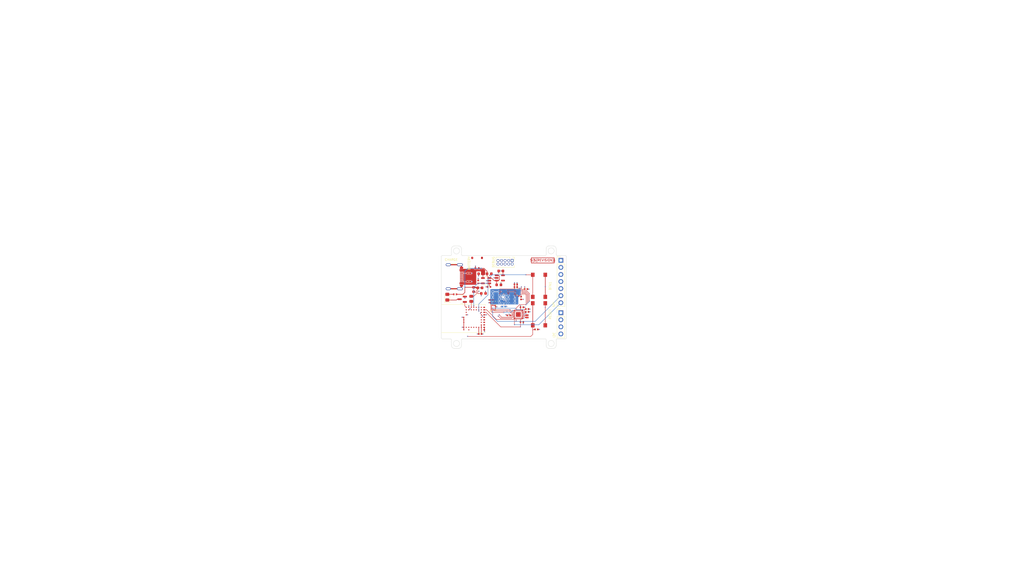
<source format=kicad_pcb>
(kicad_pcb (version 20241229) (generator "pcbnew") (generator_version "9.0")
  (title_block (title "Heartrate-DevKit") (date "2025-07-13") (rev "${REVISION}") (comment 1 "${COMPANY}"))
  (layers (0 "F.Cu" signal) (4 "In1.Cu" power "Inner1") (6 "In2.Cu" power "Inner2") (2 "B.Cu" signal) (13 "F.Paste" user) (15 "B.Paste" user) (5 "F.SilkS" user "F.Silkscreen") (7 "B.SilkS" user "B.Silkscreen") (1 "F.Mask" user) (3 "B.Mask" user) (25 "Edge.Cuts" user))
  (net 0 "")
  (net 1 "GND")
  (net 2 "+1V8")
  (net 3 "PD_GND")
  (net 4 "/Project Architecture/Main/V_{LED}")
  (net 5 "/Project Architecture/Main/V_{BAT}")
  (net 6 "/Project Architecture/Main/INT_{ACC}")
  (net 7 "/Project Architecture/Main/SCL")
  (net 8 "/Project Architecture/Main/SDA")
  (net 9 "/Project Architecture/Main/~{RESET_{HR}}")
  (net 10 "/Project Architecture/Main/STATUS")
  (net 11 "/Project Architecture/Main/CHARGE")
  (net 12 "/Project Architecture/Main/ENABLE_{LED}")
  (net 13 "/Project Architecture/Main/SWDIO")
  (net 14 "/Project Architecture/Main/SWDCLK")
  (net 15 "/Project Architecture/Main/~{RESET}")
  (net 16 "Net-(IC403-V_{DD})")
  (net 17 "Net-(IC404-V_{CORE})")
  (net 18 "Net-(IC405-V_{REF})")
  (net 19 "Net-(D401-A)")
  (net 20 "Net-(D401-K)")
  (net 21 "Net-(D402-K)")
  (net 22 "Net-(D403-K)")
  (net 24 "Net-(IC402-L)")
  (net 25 "Net-(IC403-PROG)")
  (net 26 "Net-(IC404-SCLK_{SENSOR})")
  (net 27 "Net-(IC404-MOSI_{SENSOR})")
  (net 28 "Net-(IC404-CS_{PPG})")
  (net 29 "Net-(IC404-32k_{IN})")
  (net 30 "Net-(IC404-CS_{ACC})")
  (net 31 "Net-(IC404-INT_{PPG})")
  (net 32 "Net-(IC404-MISO_{SENSOR})")
  (net 33 "Net-(IC404-32k_{OUT})")
  (net 36 "Net-(IC405-LED3-DRV)")
  (net 37 "Net-(IC405-LED1-DRV)")
  (net 38 "Net-(IC405-LED2-DRV)")
  (net 43 "Net-(M401-P0.02)")
  (net 51 "Net-(M401-P2.03)")
  (net 52 "Net-(M401-P0.01)")
  (net 73 "Net-(X401-CC1)")
  (net 74 "Net-(X401-CC2)")
  (footprint "Capacitor_SMD:C_0603_1608Metric" (layer "F.Cu") (at 196.625 148.025)
    (property "Reference" "C401" (hide yes))
    (property "Value" "2u2" (hide yes))
  )
  (footprint "Capacitor_SMD:C_0402_1005Metric" (layer "F.Cu") (at 213.18 148.475)
    (property "Reference" "C412" (hide yes))
    (property "Value" "10u" (hide yes))
  )
  (footprint "Capacitor_SMD:C_0402_1005Metric" (layer "F.Cu") (at 200.4 152.855 90)
    (property "Reference" "C416" (hide yes))
    (property "Value" "100n" (hide yes))
  )
  (footprint "Resistor_SMD:R_0805_2012Metric" (layer "F.Cu") (at 193.51 151.975 90)
    (property "Reference" "R403" (hide yes))
    (property "Value" "0R" (hide yes))
  )
  (footprint "Package_BGA_Kampi:DSBGA-6_0.886x1.288mm_2x3_P0.4mm" (layer "F.Cu") (at 195.65 149.625)
    (property "Reference" "IC402" (hide yes))
    (property "Value" "TPS61240" (hide yes))
  )
  (footprint "Connector_USB:USB_C_Receptacle_GCT_USB4105-xx-A_16P_TopMnt_Horizontal" (layer "F.Cu") (at 186.325 144.03 -90)
    (property "Reference" "X401" (hide yes))
    (property "Value" "CHARGE")
  )
  (footprint "Resistor_SMD:R_0402_1005Metric" (layer "F.Cu") (at 187.7 150.35 180)
    (property "Reference" "R401" (hide yes))
    (property "Value" "220R" (hide yes))
  )
  (footprint "Resistor_SMD:R_0402_1005Metric" (layer "F.Cu") (at 211.7 155 180)
    (property "Reference" "R409" (hide yes))
    (property "Value" "4k7" (hide yes))
  )
  (footprint "Connector_PinHeader_2.54mm:PinHeader_1x07_P2.54mm_Vertical" (layer "F.Cu") (at 225.7 138.135)
    (property "Reference" "J402" (hide yes))
    (property "Value" "SPI")
  )
  (footprint "Capacitor_SMD:C_0402_1005Metric" (layer "F.Cu") (at 213.58 155.65)
    (property "Reference" "C410" (hide yes))
    (property "Value" "1u" (hide yes))
  )
  (footprint "Resistor_SMD:R_0402_1005Metric" (layer "F.Cu") (at 196 145.89 90)
    (property "Reference" "R406" (hide yes))
    (property "Value" "10k" (hide yes))
  )
  (footprint "Capacitor_SMD:C_0402_1005Metric" (layer "F.Cu") (at 201.7 152.855 90)
    (property "Reference" "C411" (hide yes))
    (property "Value" "10u" (hide yes))
  )
  (footprint "Capacitor_SMD:C_0402_1005Metric" (layer "F.Cu") (at 213.57 156.65)
    (property "Reference" "C408" (hide yes))
    (property "Value" "1u" (hide yes))
  )
  (footprint "Capacitor_SMD:C_0402_1005Metric" (layer "F.Cu") (at 207 157.925 180)
    (property "Reference" "C409" (hide yes))
    (property "Value" "1u" (hide yes))
  )
  (footprint "Connector_PinHeader_2.54mm:PinHeader_1x04_P2.54mm_Vertical" (layer "F.Cu") (at 225.7 156.975)
    (property "Reference" "J401" (hide yes))
    (property "Value" "I2C")
  )
  (footprint "Connector_PinHeader_1.27mm:PinHeader_2x05_P1.27mm_Vertical" (layer "F.Cu") (at 208.2 138.2 -90)
    (property "Reference" "X403" (hide yes))
    (property "Value" "DEBUG")
  )
  (footprint "LED_SMD:LED_0805_2012Metric_Pad1.15x1.40mm_HandSolder" (layer "F.Cu") (at 184.9 151.375 90)
    (property "Reference" "D401" (hide yes))
    (property "Value" "STATUS" (hide yes))
  )
  (footprint "Crystal_Kampi:ECS_ECX-1210" (layer "F.Cu") (at 213.5 158.275 90)
    (property "Reference" "Y401" (hide yes))
    (property "Value" "32kHz" (hide yes))
  )
  (footprint "Capacitor_SMD:C_0402_1005Metric" (layer "F.Cu") (at 209.5 146.775 180)
    (property "Reference" "C417" (hide yes))
    (property "Value" "22u" (hide yes))
  )
  (footprint "Analog Devices:MAX32664GTG" (layer "F.Cu") (at 210.43 157.6 90)
    (property "Reference" "IC404" (hide yes))
    (property "Value" "MAX32664" (hide yes))
  )
  (footprint "Package_TO_SOT_SMD:SOT-23" (layer "F.Cu") (at 190.2625 152.125 180)
    (property "Reference" "Q401" (hide yes))
    (property "Value" "BSS138" (hide yes))
  )
  (footprint "Capacitor_SMD:C_0402_1005Metric" (layer "F.Cu") (at 196.7 164.6 180)
    (property "Reference" "C406" (hide yes))
    (property "Value" "100n" (hide yes))
  )
  (footprint "Resistor_SMD:R_0402_1005Metric" (layer "F.Cu") (at 192.65 145.78 180)
    (property "Reference" "R405" (hide yes))
    (property "Value" "5k1" (hide yes))
  )
  (footprint "Wuerth:WS-TASV-6x6" (layer "F.Cu") (at 217.85 157.525 90)
    (property "Reference" "SW401" (hide yes))
    (property "Value" "RESET")
  )
  (footprint "Package_LGA:LGA-12_2x2mm_P0.5mm" (layer "F.Cu") (at 201.4375 155.105 90)
    (property "Reference" "IC406" (hide yes))
    (property "Value" "LIS2DS12" (hide yes))
  )
  (footprint "Capacitor_SMD:C_0402_1005Metric" (layer "F.Cu") (at 202.7 152.855 90)
    (property "Reference" "C414" (hide yes))
    (property "Value" "100n" (hide yes))
  )
  (footprint "Package_TO_SOT_SMD:SOT-23-5" (layer "F.Cu") (at 203.7625 144.45)
    (property "Reference" "IC401" (hide yes))
    (property "Value" "MIC5365-1.8" (hide yes))
  )
  (footprint "Fanstel:BM15C" (layer "F.Cu") (at 189.7 159.075 90)
    (property "Reference" "M401" (hide yes))
    (property "Value" "BM15C" (hide yes))
  )
  (footprint "Resistor_SMD:R_0402_1005Metric" (layer "F.Cu") (at 199.9 147.675 180)
    (property "Reference" "R407" (hide yes))
    (property "Value" "10k" (hide yes))
  )
  (footprint "Capacitor_SMD:C_0603_1608Metric" (layer "F.Cu") (at 204.125 141.95 180)
    (property "Reference" "C404" (hide yes))
    (property "Value" "1u" (hide yes))
  )
  (footprint "Capacitor_SMD:C_0603_1608Metric" (layer "F.Cu") (at 199.95 142.95)
    (property "Reference" "C407" (hide yes))
    (property "Value" "4u7" (hide yes))
  )
  (footprint "Capacitor_SMD:C_0402_1005Metric" (layer "F.Cu") (at 211.4 151.695 -90)
    (property "Reference" "C413" (hide yes))
    (property "Value" "1u" (hide yes))
  )
  (footprint "Resistor_SMD:R_0402_1005Metric" (layer "F.Cu") (at 216.9 162.975 180)
    (property "Reference" "R402" (hide yes))
    (property "Value" "10k" (hide yes))
  )
  (footprint "Capacitor_SMD:C_0402_1005Metric" (layer "F.Cu") (at 209.5 147.775 180)
    (property "Reference" "C415" (hide yes))
    (property "Value" "100n" (hide yes))
  )
  (footprint "Wuerth:WS-TASV-6x6" (layer "F.Cu") (at 217.85 147.3 -90)
    (property "Reference" "SW402" (hide yes))
    (property "Value" "BTN1")
  )
  (footprint "Resistor_SMD:R_0402_1005Metric" (layer "F.Cu") (at 192.65 142.78)
    (property "Reference" "R404" (hide yes))
    (property "Value" "5k1" (hide yes))
  )
  (footprint "Package_TO_SOT_SMD:SOT-23-5" (layer "F.Cu") (at 198.8375 145.45 180)
    (property "Reference" "IC403" (hide yes))
    (property "Value" "MCP73832-2-OT" (hide yes))
  )
  (footprint "Inductor_SMD:L_0603_1608Metric" (layer "F.Cu") (at 194.35 148.625 -90)
    (property "Reference" "L401" (hide yes))
    (property "Value" "1u" (hide yes))
  )
  (footprint "Resistor_SMD:R_0402_1005Metric" (layer "F.Cu") (at 211.7 160.3)
    (property "Reference" "R408" (hide yes))
    (property "Value" "10k" (hide yes))
  )
  (footprint "Capacitor_SMD:C_0603_1608Metric" (layer "F.Cu") (at 197.875 150.025)
    (property "Reference" "C403" (hide yes))
    (property "Value" "4u7" (hide yes))
  )
  (footprint "Molex:78171-0002" (layer "F.Cu") (at 195.6 139.15 180)
    (property "Reference" "X402" (hide yes))
    (property "Value" "BATTERY")
  )
  (footprint "Package_BGA_Kampi:THIN-WLP-20_2.228x1.967mm_P0.4mm" (layer "F.Cu") (at 211.2 149.475 -90)
    (property "Reference" "IC405" (hide yes))
    (property "Value" "MAX86141" (hide yes))
  )
  (footprint "Capacitor_SMD:C_0603_1608Metric" (layer "F.Cu") (at 203.4 146.95)
    (property "Reference" "C402" (hide yes))
    (property "Value" "1u" (hide yes))
  )
  (footprint "Capacitor_SMD:C_0603_1608Metric" (layer "F.Cu") (at 196.925 142.95 180)
    (property "Reference" "C405" (hide yes))
    (property "Value" "4u7" (hide yes))
  )
  (footprint "Vishay:VEMD808x" (layer "B.Cu") (at 202.4 151.375 -90)
    (property "Reference" "D403" (hide yes))
    (property "Value" "VEMD8082" (hide yes))
  )
  (footprint "Resistor_SMD:R_0402_1005Metric" (layer "B.Cu") (at 204.7 154.245 -90)
    (property "Reference" "R410" (hide yes))
    (property "Value" "~" (hide yes))
  )
  (footprint "Capacitor_SMD:C_0402_1005Metric" (layer "B.Cu") (at 205.7 154.245 -90)
    (property "Reference" "C418" (hide yes))
    (property "Value" "~" (hide yes))
  )
  (footprint "Osram:SFH7016" (layer "B.Cu") (at 205.2 151.375)
    (property "Reference" "LED401" (hide yes))
    (property "Value" "SFH7016" (hide yes))
  )
  (footprint "Vishay:VEMD808x" (layer "B.Cu") (at 208 151.375 -90)
    (property "Reference" "D402" (hide yes))
    (property "Value" "VEMD8082" (hide yes))
  )
  (gr_rect (start 215.1 137.2) (end 223.3 139.1) (stroke (width 0.2)) (fill no) (layer "F.Cu"))
  (gr_line (start 196.2 150.375) (end 196.2 150.125) (stroke (width 0.1)) (layer "F.SilkS"))
  (gr_line (start 198.1 164.125) (end 182.85 164.125) (stroke (width 0.1)) (layer "F.SilkS"))
  (gr_line (start 195.95 148.875) (end 196.2 148.875) (stroke (width 0.1)) (layer "F.SilkS"))
  (gr_line (start 195.1 150.075) (end 195.1 150.375) (stroke (width 0.1)) (layer "F.SilkS"))
  (gr_line (start 198.1 154.025) (end 182.85 154.025) (stroke (width 0.1)) (layer "F.SilkS"))
  (gr_line (start 196.2 149.075) (end 196.2 148.875) (stroke (width 0.1)) (layer "F.SilkS"))
  (gr_line (start 195.1 150.375) (end 195.4 150.375) (stroke (width 0.1)) (layer "F.SilkS"))
  (gr_line (start 195.95 150.375) (end 196.2 150.375) (stroke (width 0.1)) (layer "F.SilkS"))
  (gr_line (start 190.3 136.375) (end 220.1 136.375) (stroke (width 0.1)) (layer "Edge.Cuts"))
  (gr_line (start 224.3 166.4) (end 227.2 166.4) (stroke (width 0.1)) (layer "Edge.Cuts"))
  (gr_arc (start 183.2 166.4) (mid 182.846447 166.253553) (end 182.7 165.9) (stroke (width 0.1)) (layer "Edge.Cuts"))
  (gr_arc (start 186.4 134.025) (mid 186.722183 133.247183) (end 187.5 132.925) (stroke (width 0.1)) (layer "Edge.Cuts"))
  (gr_line (start 186.4 136.075) (end 186.4 134.025) (stroke (width 0.1)) (layer "Edge.Cuts"))
  (gr_line (start 182.7 136.875) (end 182.7 165.9) (stroke (width 0.1)) (layer "Edge.Cuts"))
  (gr_arc (start 190 168.725) (mid 189.677817 169.502817) (end 188.9 169.825) (stroke (width 0.1)) (layer "Edge.Cuts"))
  (gr_line (start 224 166.7) (end 224 168.725) (stroke (width 0.1)) (layer "Edge.Cuts"))
  (gr_arc (start 190 166.675) (mid 190.087868 166.462868) (end 190.3 166.375) (stroke (width 0.1)) (layer "Edge.Cuts"))
  (gr_line (start 220.4 136.075) (end 220.4 134.025) (stroke (width 0.1)) (layer "Edge.Cuts"))
  (gr_arc (start 188.9 132.925) (mid 189.677817 133.247183) (end 190 134.025) (stroke (width 0.1)) (layer "Edge.Cuts"))
  (gr_line (start 220.1 166.375) (end 190.3 166.375) (stroke (width 0.1)) (layer "Edge.Cuts"))
  (gr_line (start 188.9 169.825) (end 187.5 169.825) (stroke (width 0.1)) (layer "Edge.Cuts"))
  (gr_arc (start 224.3 136.375) (mid 224.087868 136.287132) (end 224 136.075) (stroke (width 0.1)) (layer "Edge.Cuts"))
  (gr_arc (start 186.4 136.075) (mid 186.312132 136.287132) (end 186.1 136.375) (stroke (width 0.1)) (layer "Edge.Cuts"))
  (gr_line (start 190 166.675) (end 190 168.725) (stroke (width 0.1)) (layer "Edge.Cuts"))
  (gr_line (start 220.4 168.725) (end 220.4 166.675) (stroke (width 0.1)) (layer "Edge.Cuts"))
  (gr_line (start 222.9 169.825) (end 221.5 169.825) (stroke (width 0.1)) (layer "Edge.Cuts"))
  (gr_circle (center 222.2 134.725) (end 223.3 134.725) (stroke (width 0.1)) (fill no) (layer "Edge.Cuts"))
  (gr_line (start 187.5 132.925) (end 188.9 132.925) (stroke (width 0.1)) (layer "Edge.Cuts"))
  (gr_line (start 221.5 132.925) (end 222.9 132.925) (stroke (width 0.1)) (layer "Edge.Cuts"))
  (gr_arc (start 187.5 169.825) (mid 186.722183 169.502817) (end 186.4 168.725) (stroke (width 0.1)) (layer "Edge.Cuts"))
  (gr_arc (start 190.3 136.375) (mid 190.087868 136.287132) (end 190 136.075) (stroke (width 0.1)) (layer "Edge.Cuts"))
  (gr_arc (start 182.7 136.875) (mid 182.846447 136.521447) (end 183.2 136.375) (stroke (width 0.1)) (layer "Edge.Cuts"))
  (gr_arc (start 220.4 134.025) (mid 220.722183 133.247183) (end 221.5 132.925) (stroke (width 0.1)) (layer "Edge.Cuts"))
  (gr_arc (start 221.5 169.825) (mid 220.722183 169.502817) (end 220.4 168.725) (stroke (width 0.1)) (layer "Edge.Cuts"))
  (gr_arc (start 220.1 166.375) (mid 220.312132 166.462868) (end 220.4 166.675) (stroke (width 0.1)) (layer "Edge.Cuts"))
  (gr_arc (start 227.2 136.375) (mid 227.553553 136.521447) (end 227.7 136.875) (stroke (width 0.1)) (layer "Edge.Cuts"))
  (gr_line (start 227.7 165.9) (end 227.7 136.875) (stroke (width 0.1)) (layer "Edge.Cuts"))
  (gr_arc (start 224 166.7) (mid 224.087868 166.487868) (end 224.3 166.4) (stroke (width 0.1)) (layer "Edge.Cuts"))
  (gr_line (start 224 134.025) (end 224 136.075) (stroke (width 0.1)) (layer "Edge.Cuts"))
  (gr_circle (center 188.2 134.725) (end 189.3 134.725) (stroke (width 0.1)) (fill no) (layer "Edge.Cuts"))
  (gr_line (start 183.2 136.375) (end 186.1 136.375) (stroke (width 0.1)) (layer "Edge.Cuts"))
  (gr_line (start 190 134.025) (end 190 136.075) (stroke (width 0.1)) (layer "Edge.Cuts"))
  (gr_arc (start 227.7 165.9) (mid 227.553553 166.253553) (end 227.2 166.4) (stroke (width 0.1)) (layer "Edge.Cuts"))
  (gr_circle (center 188.2 168.025) (end 187.1 168.025) (stroke (width 0.1)) (fill no) (layer "Edge.Cuts"))
  (gr_arc (start 222.9 132.925) (mid 223.677817 133.247183) (end 224 134.025) (stroke (width 0.1)) (layer "Edge.Cuts"))
  (gr_circle (center 222.2 168.025) (end 221.1 168.025) (stroke (width 0.1)) (fill no) (layer "Edge.Cuts"))
  (gr_line (start 224.3 136.375) (end 227.2 136.375) (stroke (width 0.1)) (layer "Edge.Cuts"))
  (gr_line (start 186.4 168.725) (end 186.4 166.7) (stroke (width 0.1)) (layer "Edge.Cuts"))
  (gr_arc (start 220.4 136.075) (mid 220.312132 136.287132) (end 220.1 136.375) (stroke (width 0.1)) (layer "Edge.Cuts"))
  (gr_arc (start 186.1 166.4) (mid 186.312132 166.487868) (end 186.4 166.7) (stroke (width 0.1)) (layer "Edge.Cuts"))
  (gr_arc (start 224 168.725) (mid 223.677817 169.502817) (end 222.9 169.825) (stroke (width 0.1)) (layer "Edge.Cuts"))
  (gr_line (start 186.1 166.4) (end 183.2 166.4) (stroke (width 0.1)) (layer "Edge.Cuts"))
  (gr_text "${REVISION}" (at 219.2 138.1 0) (layer "F.Cu") (effects (font (size 0.8 0.8) (thickness 0.12))))
  (segment (start 220.1 151.275) (end 220.1 147.575) (width 0.2) (layer "F.Cu") (net 1))
  (segment (start 197.4 148.025) (end 196.625 148.025) (width 0.15) (layer "F.Cu") (net 1))
  (segment (start 202.200242 154.855242) (end 202.2 154.855) (width 0.2) (layer "F.Cu") (net 1))
  (segment (start 202.7 154.855) (end 202.2 154.855) (width 0.2) (layer "F.Cu") (net 1))
  (segment (start 200.1125 143.5625) (end 200.725 142.95) (width 0.2) (layer "F.Cu") (net 1))
  (segment (start 203.35 142.65) (end 203.35 141.95) (width 0.2) (layer "F.Cu") (net 1))
  (segment (start 202.2 154.855) (end 202.2 154.355) (width 0.2) (layer "F.Cu") (net 1))
  (segment (start 198.2344 163.7) (end 198.2344 163.1136) (width 0.2) (layer "F.Cu") (net 1))
  (segment (start 209.02 148.195) (end 209.02 147.775) (width 0.15) (layer "F.Cu") (net 1))
  (segment (start 190.25 158.6) (end 190.2678 158.6178) (width 0.2) (layer "F.Cu") (net 1))
  (segment (start 206.25 157.925) (end 206.52 157.925) (width 0.2) (layer "F.Cu") (net 1))
  (segment (start 193.7 142.78) (end 193.16 142.78) (width 0.15) (layer "F.Cu") (net 1))
  (segment (start 209.02 146.195) (end 209.02 146.775) (width 0.2) (layer "F.Cu") (net 1))
  (segment (start 212.4 158.975) (end 211.895 158.975) (width 0.15) (layer "F.Cu") (net 1))
  (segment (start 211.88 157.6) (end 212.5 157.6) (width 0.15) (layer "F.Cu") (net 1))
  (segment (start 212.21 160.875) (end 212.21 160.3) (width 0.15) (layer "F.Cu") (net 1))
  (segment (start 196.8 157.1312) (end 197.1168 156.8144) (width 0.2) (layer "F.Cu") (net 1))
  (segment (start 200.4 152.375) (end 201.7 152.375) (width 0.4) (layer "F.Cu") (net 1))
  (segment (start 195.85 149.225) (end 196.3 149.225) (width 0.15) (layer "F.Cu") (net 1))
  (segment (start 190.2678 158.6178) (end 190.8176 158.6178) (width 0.2) (layer "F.Cu") (net 1))
  (segment (start 206 157.675) (end 206.25 157.925) (width 0.2) (layer "F.Cu") (net 1))
  (segment (start 190.005 147.23) (end 190.005 147.775) (width 0.4) (layer "F.Cu") (net 1))
  (segment (start 189.43 139.71) (end 185.25 139.71) (width 0.4) (layer "F.Cu") (net 1))
  (segment (start 210.6 149.475) (end 210.3 149.475) (width 0.15) (layer "F.Cu") (net 1))
  (segment (start 196 144.6) (end 196 145.38) (width 0.2) (layer "F.Cu") (net 1))
  (segment (start 190.005 140.83) (end 190.005 140.285) (width 0.4) (layer "F.Cu") (net 1))
  (segment (start 198.2344 162.2246) (end 198.2344 163.1136) (width 0.2) (layer "F.Cu") (net 1))
  (segment (start 190.8176 162.2246) (end 190.8176 160.4212) (width 0.2) (layer "F.Cu") (net 1))
  (segment (start 191.2 151.175) (end 191.2 151.775) (width 0.2) (layer "F.Cu") (net 1))
  (segment (start 189.43 148.35) (end 185.25 148.35) (width 0.4) (layer "F.Cu") (net 1))
  (segment (start 214.2 148.475) (end 213.66 148.475) (width 0.15) (layer "F.Cu") (net 1))
  (segment (start 190.005 140.285) (end 189.43 139.71) (width 0.4) (layer "F.Cu") (net 1))
  (segment (start 202.2 154.355) (end 202.1875 154.3425) (width 0.2) (layer "F.Cu") (net 1))
  (segment (start 201.7 152.375) (end 202.7 152.375) (width 0.4) (layer "F.Cu") (net 1))
  (segment (start 214.6 155.65) (end 214.06 155.65) (width 0.15) (layer "F.Cu") (net 1))
  (segment (start 190.8176 159.5322) (end 190.8176 158.6178) (width 0.2) (layer "F.Cu") (net 1))
  (segment (start 199.975 145.45) (end 199 145.45) (width 0.2) (layer "F.Cu") (net 1))
  (segment (start 190.8176 163.1136) (end 190.8176 162.2246) (width 0.2) (layer "F.Cu") (net 1))
  (segment (start 201.6875 154.3425) (end 202.1875 154.3425) (width 0.2) (layer "F.Cu") (net 1))
  (segment (start 209.02 147.775) (end 209.02 146.775) (width 0.2) (layer "F.Cu") (net 1))
  (segment (start 195 140.2) (end 195 141.025) (width 0.2) (layer "F.Cu") (net 1))
  (segment (start 196.2024 164.5824) (end 196.2024 162.2246) (width 0.2) (layer "F.Cu") (net 1))
  (segment (start 190.005 147.775) (end 189.43 148.35) (width 0.4) (layer "F.Cu") (net 1))
  (segment (start 195.7 164.6) (end 196.22 164.6) (width 0.2) (layer "F.Cu") (net 1))
  (segment (start 199.8 152.375) (end 200.4 152.375) (width 0.4) (layer "F.Cu") (net 1))
  (segment (start 210.6 149.475) (end 211 149.475) (width 0.2) (layer "F.Cu") (net 1))
  (segment (start 220.1 153.55) (end 220.1 155) (width 0.15) (layer "F.Cu") (net 1))
  (segment (start 211 149.875) (end 211 149.475) (width 0.2) (layer "F.Cu") (net 1))
  (segment (start 211.895 158.975) (end 211.85 159.02) (width 0.15) (layer "F.Cu") (net 1))
  (segment (start 196.15 143.75) (end 196.15 142.95) (width 0.2) (layer "F.Cu") (net 1))
  (segment (start 220.1 155) (end 220.1 161.5) (width 0.15) (layer "F.Cu") (net 1))
  (segment (start 211.4 152.175) (end 212.2 152.175) (width 0.15) (layer "F.Cu") (net 1))
  (segment (start 202.625 144.45) (end 201.65 144.45) (width 0.2) (layer "F.Cu") (net 1))
  (segment (start 214.05 156.65) (end 214.6 156.65) (width 0.15) (layer "F.Cu") (net 1))
  (segment (start 193.7 145.78) (end 193.16 145.78) (width 0.15) (layer "F.Cu") (net 1))
  (segment (start 210.3 149.475) (end 209.02 148.195) (width 0.15) (layer "F.Cu") (net 1))
  (segment (start 190.8176 160.4212) (end 190.8176 159.5322) (width 0.2) (layer "F.Cu") (net 1))
  (segment (start 198.65 149.275) (end 198.65 150.025) (width 0.15) (layer "F.Cu") (net 1))
  (segment (start 190.3 162.2246) (end 190.8176 162.2246) (width 0.2) (layer "F.Cu") (net 1))
  (segment (start 220.1 147.575) (end 220.1 143.325) (width 0.2) (layer "F.Cu") (net 1))
  (segment (start 196.22 164.6) (end 196.2024 164.5824) (width 0.2) (layer "F.Cu") (net 1))
  (segment (start 204.175 146.225) (end 204.175 146.95) (width 0.2) (layer "F.Cu") (net 1))
  (via (at 206.25 154.725) (size 0.35) (drill 0.15) (layers "F.Cu" "B.Cu") (net 1))
  (via (at 190.25 158.6) (size 0.35) (drill 0.15) (layers "F.Cu" "B.Cu") (net 1))
  (via (at 196.625 148.025) (size 0.35) (drill 0.15) (layers "F.Cu" "B.Cu") (net 1))
  (via (at 198.65 149.275) (size 0.35) (drill 0.15) (layers "F.Cu" "B.Cu") (net 1))
  (via (at 202.7 154.855) (size 0.35) (drill 0.15) (layers "F.Cu" "B.Cu") (net 1))
  (via (at 198.2344 163.7) (size 0.35) (drill 0.15) (layers "F.Cu" "B.Cu") (net 1))
  (via (at 193.7 145.78) (size 0.35) (drill 0.15) (layers "F.Cu" "B.Cu") (net 1))
  (via (at 220.1 155) (size 0.35) (drill 0.15) (layers "F.Cu" "B.Cu") (net 1))
  (via (at 195 140.2) (size 0.35) (drill 0.15) (layers "F.Cu" "B.Cu") (net 1))
  (via (at 199.8 152.375) (size 0.35) (drill 0.15) (layers "F.Cu" "B.Cu") (net 1))
  (via (at 220.1 147.575) (size 0.35) (drill 0.15) (layers "F.Cu" "B.Cu") (net 1))
  (via (at 196.3 149.225) (size 0.35) (drill 0.15) (layers "F.Cu" "B.Cu") (net 1))
  (via (at 209.02 146.195) (size 0.35) (drill 0.15) (layers "F.Cu" "B.Cu") (net 1))
  (via (at 206 157.675) (size 0.35) (drill 0.15) (layers "F.Cu" "B.Cu") (net 1))
  (via (at 204.22 154.755) (size 0.35) (drill 0.15) (layers "F.Cu" "B.Cu") (net 1))
  (via (at 214.6 155.65) (size 0.35) (drill 0.15) (layers "F.Cu" "B.Cu") (net 1))
  (via (at 196 144.6) (size 0.35) (drill 0.15) (layers "F.Cu" "B.Cu") (net 1))
  (via (at 203.35 142.65) (size 0.35) (drill 0.15) (layers "F.Cu" "B.Cu") (net 1))
  (via (at 190.3 162.2246) (size 0.35) (drill 0.15) (layers "F.Cu" "B.Cu") (net 1))
  (via (at 200.1125 143.5625) (size 0.35) (drill 0.15) (layers "F.Cu" "B.Cu") (net 1))
  (via (at 204.175 146.225) (size 0.35) (drill 0.15) (layers "F.Cu" "B.Cu") (net 1))
  (via (at 193.7 142.78) (size 0.35) (drill 0.15) (layers "F.Cu" "B.Cu") (net 1))
  (via (at 214.2 148.475) (size 0.35) (drill 0.15) (layers "F.Cu" "B.Cu") (net 1))
  (via (at 196.15 143.75) (size 0.35) (drill 0.15) (layers "F.Cu" "B.Cu") (net 1))
  (via (at 212.21 160.875) (size 0.35) (drill 0.15) (layers "F.Cu" "B.Cu") (net 1))
  (via (at 195.7 164.6) (size 0.35) (drill 0.15) (layers "F.Cu" "B.Cu") (net 1))
  (via (at 199 145.45) (size 0.35) (drill 0.15) (layers "F.Cu" "B.Cu") (net 1))
  (via (at 201.65 144.45) (size 0.35) (drill 0.15) (layers "F.Cu" "B.Cu") (net 1))
  (via (at 212.5 157.6) (size 0.35) (drill 0.15) (layers "F.Cu" "B.Cu") (net 1))
  (via (at 212.2 152.175) (size 0.35) (drill 0.15) (layers "F.Cu" "B.Cu") (net 1))
  (via (at 196.8 157.1312) (size 0.35) (drill 0.15) (layers "F.Cu" "B.Cu") (net 1))
  (via (at 212.4 158.975) (size 0.35) (drill 0.15) (layers "F.Cu" "B.Cu") (net 1))
  (via (at 191.2 151.775) (size 0.35) (drill 0.15) (layers "F.Cu" "B.Cu") (net 1))
  (via (at 214.6 156.65) (size 0.35) (drill 0.15) (layers "F.Cu" "B.Cu") (net 1))
  (segment (start 206.25 154.725) (end 205.7 154.725) (width 0.2) (layer "B.Cu") (net 1))
  (segment (start 204.73 154.725) (end 204.7 154.755) (width 0.2) (layer "B.Cu") (net 1))
  (segment (start 204.22 154.755) (end 204.7 154.755) (width 0.2) (layer "B.Cu") (net 1))
  (segment (start 199.8 153.335) (end 200.4 153.335) (width 0.15) (layer "F.Cu") (net 2))
  (segment (start 201.1875 153.8475) (end 201.7 153.335) (width 0.15) (layer "F.Cu") (net 2))
  (segment (start 210.409082 149.075) (end 209.98 148.645918) (width 0.15) (layer "F.Cu") (net 2))
  (segment (start 211.88 157.2) (end 211.880001 157.200001) (width 0.15) (layer "F.Cu") (net 2))
  (segment (start 204.125 141.95) (end 204.9 141.95) (width 0.2) (layer "F.Cu") (net 2))
  (segment (start 197.18 164.6) (end 197.1168 164.5368) (width 0.2) (layer "F.Cu") (net 2))
  (segment (start 212.775 155) (end 212.21 155) (width 0.2) (layer "F.Cu") (net 2))
  (segment (start 202.7 153.335) (end 201.7 153.335) (width 0.15) (layer "F.Cu") (net 2))
  (segment (start 209.98 147.775) (end 209.98 146.775) (width 0.2) (layer "F.Cu") (net 2))
  (segment (start 208.26019 157.6) (end 208.98 157.6) (width 0.2) (layer "F.Cu") (net 2))
  (segment (start 213.09 157.21) (end 213.09 156.65) (width 0.15) (layer "F.Cu") (net 2))
  (segment (start 200.6875 154.0625) (end 200.6875 154.3425) (width 0.15) (layer "F.Cu") (net 2))
  (segment (start 211 149.075) (end 210.6 149.075) (width 0.15) (layer "F.Cu") (net 2))
  (segment (start 210.6 149.075) (end 210.409082 149.075) (width 0.15) (layer "F.Cu") (net 2))
  (segment (start 211.880001 157.200001) (end 212.539999 157.200001) (width 0.15) (layer "F.Cu") (net 2))
  (segment (start 200.4 153.335) (end 200.4 153.775) (width 0.15) (layer "F.Cu") (net 2))
  (segment (start 209.98 146.195) (end 209.98 146.775) (width 0.2) (layer "F.Cu") (net 2))
  (segment (start 200.4 153.775) (end 200.6875 154.0625) (width 0.15) (layer "F.Cu") (net 2))
  (segment (start 201.7 153.335) (end 200.4 153.335) (width 0.15) (layer "F.Cu") (net 2))
  (segment (start 207.48 157.925) (end 207.93519 157.925) (width 0.2) (layer "F.Cu") (net 2))
  (segment (start 209.98 148.645918) (end 209.98 147.775) (width 0.15) (layer "F.Cu") (net 2))
  (segment (start 197.1168 164.5368) (end 197.1168 162.2246) (width 0.2) (layer "F.Cu") (net 2))
  (segment (start 197.1168 162.2246) (end 197.1168 161.3356) (width 0.2) (layer "F.Cu") (net 2))
  (segment (start 198.8 147.675) (end 199.39 147.675) (width 0.2) (layer "F.Cu") (net 2))
  (segment (start 207.93519 157.925) (end 208.26019 157.6) (width 0.2) (layer "F.Cu") (net 2))
  (segment (start 207.05 157.495) (end 207.05 157.475) (width 0.2) (layer "F.Cu") (net 2))
  (segment (start 197.7 164.6) (end 197.18 164.6) (width 0.2) (layer "F.Cu") (net 2))
  (segment (start 204.9 141.95) (end 204.9 143.5) (width 0.2) (layer "F.Cu") (net 2))
  (segment (start 218 162.975) (end 217.41 162.975) (width 0.15) (layer "F.Cu") (net 2))
  (segment (start 212.539999 157.200001) (end 213.09 156.65) (width 0.15) (layer "F.Cu") (net 2))
  (segment (start 207.48 157.925) (end 207.05 157.495) (width 0.2) (layer "F.Cu") (net 2))
  (segment (start 201.1875 154.3425) (end 201.1875 153.8475) (width 0.15) (layer "F.Cu") (net 2))
  (via (at 207.05 157.475) (size 0.35) (drill 0.15) (layers "F.Cu" "B.Cu") (net 2))
  (via (at 212.775 155) (size 0.35) (drill 0.15) (layers "F.Cu" "B.Cu") (net 2))
  (via (at 199.8 153.335) (size 0.35) (drill 0.15) (layers "F.Cu" "B.Cu") (net 2))
  (via (at 204.125 141.95) (size 0.35) (drill 0.15) (layers "F.Cu" "B.Cu") (net 2))
  (via (at 198.8 147.675) (size 0.35) (drill 0.15) (layers "F.Cu" "B.Cu") (net 2))
  (via (at 218 162.975) (size 0.35) (drill 0.15) (layers "F.Cu" "B.Cu") (net 2))
  (via (at 213.09 157.21) (size 0.35) (drill 0.15) (layers "F.Cu" "B.Cu") (net 2))
  (via (at 197.7 164.6) (size 0.35) (drill 0.15) (layers "F.Cu" "B.Cu") (net 2))
  (via (at 209.98 146.195) (size 0.35) (drill 0.15) (layers "F.Cu" "B.Cu") (net 2))
  (via (at 206.1 148.775) (size 0.35) (drill 0.15) (layers "F.Cu" "B.Cu") (net 3))
  (via (at 211 150.275) (size 0.35) (drill 0.15) (layers "F.Cu" "B.Cu") (net 3))
  (via (at 206.1 149.975) (size 0.35) (drill 0.15) (layers "F.Cu" "B.Cu") (net 3))
  (segment (start 212.4 148.475) (end 212.7 148.475) (width 0.15) (layer "F.Cu") (net 4))
  (segment (start 211.8 148.675) (end 212.2 148.675) (width 0.15) (layer "F.Cu") (net 4))
  (segment (start 195.85 150.025) (end 197.1 150.025) (width 0.15) (layer "F.Cu") (net 4))
  (segment (start 197.1 150.025) (end 197.1 150.875) (width 0.15) (layer "F.Cu") (net 4))
  (segment (start 195.85 150.025) (end 195.85 149.625) (width 0.15) (layer "F.Cu") (net 4))
  (segment (start 212.7 147.675) (end 212.7 148.475) (width 0.15) (layer "F.Cu") (net 4))
  (segment (start 212.2 148.675) (end 212.4 148.475) (width 0.15) (layer "F.Cu") (net 4))
  (via (at 197.1 150.875) (size 0.35) (drill 0.15) (layers "F.Cu" "B.Cu") (net 4))
  (via (at 205.5 151.375) (size 0.35) (drill 0.15) (layers "F.Cu" "B.Cu") (net 4))
  (via (at 204.3 151.375) (size 0.35) (drill 0.15) (layers "F.Cu" "B.Cu") (net 4))
  (via (at 212.7 147.675) (size 0.35) (drill 0.15) (layers "F.Cu" "B.Cu") (net 4))
  (segment (start 204.55 151.625) (end 204.55 151.95) (width 0.15) (layer "B.Cu") (net 4))
  (segment (start 204.3 151.375) (end 204.55 151.625) (width 0.15) (layer "B.Cu") (net 4))
  (segment (start 205.85 151.025) (end 205.5 151.375) (width 0.15) (layer "B.Cu") (net 4))
  (segment (start 205.85 150.8) (end 205.85 151.025) (width 0.15) (layer "B.Cu") (net 4))
  (segment (start 198.125 141.025) (end 199.175 142.075) (width 0.2) (layer "F.Cu") (net 5))
  (segment (start 203.5875 145.084252) (end 203.271752 145.4) (width 0.2) (layer "F.Cu") (net 5))
  (segment (start 199.975 144.5) (end 200.8 144.5) (width 0.2) (layer "F.Cu") (net 5))
  (segment (start 191.2 147.8375) (end 194.35 147.8375) (width 0.2) (layer "F.Cu") (net 5))
  (segment (start 191.2 147.8375) (end 191.2 149.675) (width 0.2) (layer "F.Cu") (net 5))
  (segment (start 191.2 149.675) (end 190.525 150.35) (width 0.2) (layer "F.Cu") (net 5))
  (segment (start 195.3 148.025) (end 195.1125 147.8375) (width 0.4) (layer "F.Cu") (net 5))
  (segment (start 190.525 150.35) (end 188.21 150.35) (width 0.2) (layer "F.Cu") (net 5))
  (segment (start 201.7 145.4) (end 202.625 145.4) (width 0.2) (layer "F.Cu") (net 5))
  (segment (start 195.1125 147.8375) (end 194.35 147.8375) (width 0.4) (layer "F.Cu") (net 5))
  (segment (start 195.85 148.025) (end 195.85 148.55) (width 0.15) (layer "F.Cu") (net 5))
  (segment (start 202.625 143.5) (end 203.287499 143.5) (width 0.2) (layer "F.Cu") (net 5))
  (segment (start 203.271752 145.4) (end 202.625 145.4) (width 0.2) (layer "F.Cu") (net 5))
  (segment (start 203.287499 143.5) (end 203.5875 143.800001) (width 0.2) (layer "F.Cu") (net 5))
  (segment (start 197.2 141.025) (end 198.125 141.025) (width 0.2) (layer "F.Cu") (net 5))
  (segment (start 202.625 145.4) (end 202.625 146.95) (width 0.2) (layer "F.Cu") (net 5))
  (segment (start 195.85 148.55) (end 195.45 148.95) (width 0.15) (layer "F.Cu") (net 5))
  (segment (start 200.8 144.5) (end 201.7 145.4) (width 0.2) (layer "F.Cu") (net 5))
  (segment (start 199.175 142.075) (end 199.175 142.95) (width 0.2) (layer "F.Cu") (net 5))
  (segment (start 197.2 141.025) (end 197.3 141.025) (width 0.2) (layer "F.Cu") (net 5))
  (segment (start 199.175 143.7) (end 199.975 144.5) (width 0.2) (layer "F.Cu") (net 5))
  (segment (start 199.175 142.95) (end 199.175 143.7) (width 0.2) (layer "F.Cu") (net 5))
  (segment (start 203.5875 143.800001) (end 203.5875 145.084252) (width 0.2) (layer "F.Cu") (net 5))
  (segment (start 195.45 148.95) (end 195.45 149.225) (width 0.15) (layer "F.Cu") (net 5))
  (segment (start 195.85 148.025) (end 195.3 148.025) (width 0.4) (layer "F.Cu") (net 5))
  (segment (start 196.2 141.025) (end 197.2 141.025) (width 0.2) (layer "F.Cu") (net 5))
  (via (at 197.2 141.025) (size 0.35) (drill 0.15) (layers "F.Cu" "B.Cu") (net 5))
  (via (at 191.2 147.8375) (size 0.35) (drill 0.15) (layers "F.Cu" "B.Cu") (net 5))
  (segment (start 192.25 141.025) (end 197.2 141.025) (width 0.2) (layer "B.Cu") (net 5))
  (segment (start 191.2 142.075) (end 192.25 141.025) (width 0.2) (layer "B.Cu") (net 5))
  (segment (start 191.2 147.8375) (end 191.2 142.075) (width 0.2) (layer "B.Cu") (net 5))
  (segment (start 201.199998 155.355) (end 200.675 155.355) (width 0.15) (layer "F.Cu") (net 6))
  (segment (start 212.14 155.89) (end 211.85 156.18) (width 0.15) (layer "F.Cu") (net 6))
  (segment (start 201.2 155.354998) (end 201.199998 155.355) (width 0.15) (layer "F.Cu") (net 6))
  (via (at 201.2 155.354998) (size 0.35) (drill 0.15) (layers "F.Cu" "B.Cu") (net 6))
  (via (at 212.14 155.89) (size 0.35) (drill 0.15) (layers "F.Cu" "B.Cu") (net 6))
  (segment (start 209.815 155.89) (end 209.279998 155.354998) (width 0.15) (layer "B.Cu") (net 6))
  (segment (start 209.279998 155.354998) (end 201.2 155.354998) (width 0.15) (layer "B.Cu") (net 6))
  (segment (start 212.14 155.89) (end 209.815 155.89) (width 0.15) (layer "B.Cu") (net 6))
  (segment (start 204 158.975) (end 208.029264 158.975) (width 0.15) (layer "F.Cu") (net 7))
  (segment (start 208.029264 158.975) (end 208.604263 158.400001) (width 0.15) (layer "F.Cu") (net 7))
  (segment (start 197.563 158.175) (end 197.1168 157.7288) (width 0.15) (layer "F.Cu") (net 7))
  (segment (start 203.2 158.175) (end 204 158.975) (width 0.15) (layer "F.Cu") (net 7))
  (segment (start 208.604263 158.400001) (end 208.98 158.400001) (width 0.15) (layer "F.Cu") (net 7))
  (via (at 203.2 158.175) (size 0.35) (drill 0.15) (layers "F.Cu" "B.Cu") (net 7))
  (via (at 197.563 158.175) (size 0.35) (drill 0.15) (layers "F.Cu" "B.Cu") (net 7))
  (segment (start 208.400001 157.999999) (end 208.98 157.999999) (width 0.15) (layer "F.Cu") (net 8))
  (segment (start 198.2344 157.7288) (end 198.9 157.7288) (width 0.15) (layer "F.Cu") (net 8))
  (segment (start 207.8 158.6) (end 208.400001 157.999999) (width 0.15) (layer "F.Cu") (net 8))
  (segment (start 204.425 158.6) (end 207.8 158.6) (width 0.15) (layer "F.Cu") (net 8))
  (segment (start 203.5538 157.7288) (end 204.425 158.6) (width 0.15) (layer "F.Cu") (net 8))
  (via (at 203.5538 157.7288) (size 0.35) (drill 0.15) (layers "F.Cu" "B.Cu") (net 8))
  (via (at 198.9 157.7288) (size 0.35) (drill 0.15) (layers "F.Cu" "B.Cu") (net 8))
  (segment (start 211.230001 159.530001) (end 211.19 159.570002) (width 0.15) (layer "F.Cu") (net 9))
  (segment (start 211.19 162.055) (end 204.08 162.055) (width 0.15) (layer "F.Cu") (net 9))
  (segment (start 211.19 159.570002) (end 211.19 160.3) (width 0.15) (layer "F.Cu") (net 9))
  (segment (start 204.08 162.055) (end 198.8394 156.8144) (width 0.15) (layer "F.Cu") (net 9))
  (segment (start 198.8394 156.8144) (end 198.2344 156.8144) (width 0.15) (layer "F.Cu") (net 9))
  (segment (start 211.19 162.055) (end 211.19 160.3) (width 0.15) (layer "F.Cu") (net 9))
  (segment (start 211.230001 159.05) (end 211.230001 159.530001) (width 0.15) (layer "F.Cu") (net 9))
  (via (at 211.19 162.055) (size 0.35) (drill 0.15) (layers "F.Cu" "B.Cu") (net 9))
  (segment (start 209.01 161.275) (end 209.01 159.02) (width 0.15) (layer "F.Cu") (net 10))
  (segment (start 209.01 159.02) (end 208.655 159.375) (width 0.15) (layer "F.Cu") (net 10))
  (segment (start 202.5 159.375) (end 199.0504 155.9254) (width 0.15) (layer "F.Cu") (net 10))
  (segment (start 208.655 159.375) (end 202.5 159.375) (width 0.15) (layer "F.Cu") (net 10))
  (segment (start 199.0504 155.9254) (end 198.2344 155.9254) (width 0.15) (layer "F.Cu") (net 10))
  (via (at 209.01 161.275) (size 0.35) (drill 0.15) (layers "F.Cu" "B.Cu") (net 10))
  (segment (start 217.8 161.275) (end 225.7 153.375) (width 0.15) (layer "B.Cu") (net 10))
  (segment (start 209.01 161.275) (end 217.8 161.275) (width 0.15) (layer "B.Cu") (net 10))
  (segment (start 194.399 155.0364) (end 194.399 154.376) (width 0.15) (layer "F.Cu") (net 11))
  (segment (start 199.975 147.225) (end 199.975 146.4) (width 0.2) (layer "F.Cu") (net 11))
  (segment (start 199.975 146.4) (end 199 146.4) (width 0.15) (layer "F.Cu") (net 11))
  (segment (start 194.399 154.376) (end 194.4 154.375) (width 0.15) (layer "F.Cu") (net 11))
  (segment (start 200.41 147.66) (end 199.975 147.225) (width 0.2) (layer "F.Cu") (net 11))
  (segment (start 200.41 147.675) (end 200.41 147.66) (width 0.2) (layer "F.Cu") (net 11))
  (segment (start 194.399 155.0364) (end 194.399 155.049) (width 0.15) (layer "F.Cu") (net 11))
  (segment (start 200.4 147.685) (end 200.41 147.675) (width 0.2) (layer "F.Cu") (net 11))
  (via (at 199 146.4) (size 0.35) (drill 0.15) (layers "F.Cu" "B.Cu") (net 11))
  (via (at 194.4 154.375) (size 0.35) (drill 0.15) (layers "F.Cu" "B.Cu") (net 11))
  (segment (start 194.4 147.875) (end 195.875 146.4) (width 0.15) (layer "B.Cu") (net 11))
  (segment (start 194.4 154.375) (end 194.4 147.875) (width 0.15) (layer "B.Cu") (net 11))
  (segment (start 195.875 146.4) (end 199 146.4) (width 0.15) (layer "B.Cu") (net 11))
  (segment (start 193.51 151.0625) (end 194.4125 151.0625) (width 0.15) (layer "F.Cu") (net 12))
  (segment (start 194.4125 151.0625) (end 195.45 150.025) (width 0.15) (layer "F.Cu") (net 12))
  (segment (start 192.6746 155.9254) (end 192.621 155.9254) (width 0.2) (layer "F.Cu") (net 13))
  (segment (start 193.1 155.5) (end 192.6746 155.9254) (width 0.15) (layer "F.Cu") (net 13))
  (via (at 193.1 155.5) (size 0.35) (drill 0.15) (layers "F.Cu" "B.Cu") (net 13))
  (segment (start 192.621 154.475) (end 192.621 155.0364) (width 0.15) (layer "F.Cu") (net 14))
  (via (at 192.621 154.475) (size 0.35) (drill 0.15) (layers "F.Cu" "B.Cu") (net 14))
  (segment (start 215.9 162.975) (end 215.6 163.275) (width 0.15) (layer "F.Cu") (net 15))
  (segment (start 192.2 165.475) (end 214.9 165.475) (width 0.15) (layer "F.Cu") (net 15))
  (segment (start 214.9 165.475) (end 215.6 164.775) (width 0.15) (layer "F.Cu") (net 15))
  (segment (start 215.6 163.275) (end 215.6 161.5) (width 0.15) (layer "F.Cu") (net 15))
  (segment (start 216.39 162.975) (end 215.9 162.975) (width 0.15) (layer "F.Cu") (net 15))
  (segment (start 192.2 157.7288) (end 191.7066 157.7288) (width 0.15) (layer "F.Cu") (net 15))
  (segment (start 215.6 164.775) (end 215.6 163.275) (width 0.15) (layer "F.Cu") (net 15))
  (segment (start 215.6 161.5) (end 215.6 153.55) (width 0.2) (layer "F.Cu") (net 15))
  (via (at 192.2 157.7288) (size 0.35) (drill 0.15) (layers "F.Cu" "B.Cu") (net 15))
  (via (at 192.2 165.475) (size 0.35) (drill 0.15) (layers "F.Cu" "B.Cu") (net 15))
  (segment (start 197.7 142.95) (end 197.7 144.5) (width 0.2) (layer "F.Cu") (net 16))
  (segment (start 212.585 155.865) (end 212.8 155.65) (width 0.15) (layer "F.Cu") (net 17))
  (segment (start 211.880001 156.799999) (end 212.400001 156.799999) (width 0.15) (layer "F.Cu") (net 17))
  (segment (start 212.8 155.65) (end 213.1 155.65) (width 0.15) (layer "F.Cu") (net 17))
  (segment (start 211.88 156.8) (end 211.880001 156.799999) (width 0.15) (layer "F.Cu") (net 17))
  (segment (start 212.585 156.615) (end 212.585 155.865) (width 0.15) (layer "F.Cu") (net 17))
  (segment (start 212.400001 156.799999) (end 212.585 156.615) (width 0.15) (layer "F.Cu") (net 17))
  (segment (start 211.4 151.215) (end 211.4 150.275) (width 0.15) (layer "F.Cu") (net 18))
  (segment (start 184.9 150.35) (end 187.19 150.35) (width 0.2) (layer "F.Cu") (net 19))
  (segment (start 188.175 152.4) (end 184.9 152.4) (width 0.2) (layer "F.Cu") (net 20))
  (segment (start 188.45 152.125) (end 188.175 152.4) (width 0.2) (layer "F.Cu") (net 20))
  (segment (start 189.325 152.125) (end 188.45 152.125) (width 0.2) (layer "F.Cu") (net 20))
  (segment (start 209.9 150.685) (end 210.31 150.275) (width 0.15) (layer "F.Cu") (net 21))
  (segment (start 210.31 150.275) (end 210.6 150.275) (width 0.15) (layer "F.Cu") (net 21))
  (segment (start 209.8 150.685) (end 209.9 150.685) (width 0.15) (layer "F.Cu") (net 21))
  (via (at 209.8 150.685) (size 0.35) (drill 0.15) (layers "F.Cu" "B.Cu") (net 21))
  (segment (start 206.81 152.065) (end 206.81 150.685) (width 0.15) (layer "B.Cu") (net 21))
  (segment (start 206.81 150.685) (end 206.81 149.375) (width 0.15) (layer "B.Cu") (net 21))
  (segment (start 209.19 150.685) (end 209.8 150.685) (width 0.15) (layer "B.Cu") (net 21))
  (segment (start 209.19 152.065) (end 209.19 150.975) (width 0.15) (layer "B.Cu") (net 21))
  (segment (start 206.81 149.375) (end 209.19 149.375) (width 0.15) (layer "B.Cu") (net 21))
  (segment (start 209.19 150.975) (end 209.19 150.685) (width 0.15) (layer "B.Cu") (net 21))
  (segment (start 209.19 150.975) (end 209.19 149.375) (width 0.15) (layer "B.Cu") (net 21))
  (segment (start 209.19 153.375) (end 209.19 152.065) (width 0.15) (layer "B.Cu") (net 21))
  (segment (start 209.4 149.875) (end 210.6 149.875) (width 0.15) (layer "F.Cu") (net 22))
  (segment (start 208.9 149.375) (end 209.4 149.875) (width 0.15) (layer "F.Cu") (net 22))
  (segment (start 204.3 149.375) (end 208.9 149.375) (width 0.15) (layer "F.Cu") (net 22))
  (via (at 204.3 149.375) (size 0.35) (drill 0.15) (layers "F.Cu" "B.Cu") (net 22))
  (segment (start 201.21 150.685) (end 201.21 149.375) (width 0.15) (layer "B.Cu") (net 22))
  (segment (start 203.59 149.375) (end 203.59 150.685) (width 0.15) (layer "B.Cu") (net 22))
  (segment (start 201.21 149.375) (end 203.59 149.375) (width 0.15) (layer "B.Cu") (net 22))
  (segment (start 203.59 152.065) (end 203.59 153.375) (width 0.15) (layer "B.Cu") (net 22))
  (segment (start 203.59 150.685) (end 203.59 152.065) (width 0.15) (layer "B.Cu") (net 22))
  (segment (start 203.59 149.375) (end 204.3 149.375) (width 0.15) (layer "B.Cu") (net 22))
  (segment (start 201.21 152.065) (end 201.21 150.685) (width 0.15) (layer "B.Cu") (net 22))
  (segment (start 194.35 149.4125) (end 194.8875 149.4125) (width 0.15) (layer "F.Cu") (net 24))
  (segment (start 195.1 149.625) (end 195.45 149.625) (width 0.15) (layer "F.Cu") (net 24))
  (segment (start 194.8875 149.4125) (end 195.1 149.625) (width 0.15) (layer "F.Cu") (net 24))
  (segment (start 196 146.4) (end 197.7 146.4) (width 0.2) (layer "F.Cu") (net 25))
  (segment (start 196.1 146.41) (end 196.09 146.4) (width 0.2) (layer "F.Cu") (net 25))
  (segment (start 196.09 146.4) (end 196 146.4) (width 0.2) (layer "F.Cu") (net 25))
  (segment (start 213.4 149.075) (end 214.4 150.075) (width 0.15) (layer "F.Cu") (net 26))
  (segment (start 205.2 156.875) (end 201 156.875) (width 0.15) (layer "F.Cu") (net 26))
  (segment (start 200.6875 156.5625) (end 200.6875 155.8675) (width 0.15) (layer "F.Cu") (net 26))
  (segment (start 211.8 149.075) (end 213.4 149.075) (width 0.15) (layer "F.Cu") (net 26))
  (segment (start 201 156.875) (end 200.6875 156.5625) (width 0.15) (layer "F.Cu") (net 26))
  (segment (start 214.4 150.075) (end 214.4 152.875) (width 0.15) (layer "F.Cu") (net 26))
  (segment (start 208.4 156.18) (end 209.01 156.18) (width 0.15) (layer "F.Cu") (net 26))
  (via (at 205.2 156.875) (size 0.35) (drill 0.15) (layers "F.Cu" "B.Cu") (net 26))
  (via (at 208.4 156.18) (size 0.35) (drill 0.15) (layers "F.Cu" "B.Cu") (net 26))
  (via (at 214.4 152.875) (size 0.35) (drill 0.15) (layers "F.Cu" "B.Cu") (net 26))
  (segment (start 205.2 156.875) (end 207.705 156.875) (width 0.15) (layer "B.Cu") (net 26))
  (segment (start 207.705 156.875) (end 208.4 156.18) (width 0.15) (layer "B.Cu") (net 26))
  (segment (start 213 149.875) (end 213.6 150.475) (width 0.15) (layer "F.Cu") (net 27))
  (segment (start 213.6 150.475) (end 213.6 153.675) (width 0.15) (layer "F.Cu") (net 27))
  (segment (start 208.325 156.8) (end 208.98 156.8) (width 0.15) (layer "F.Cu") (net 27))
  (segment (start 207.4 155.8675) (end 202.1875 155.8675) (width 0.15) (layer "F.Cu") (net 27))
  (segment (start 207.4 155.8675) (end 207.7 156.1675) (width 0.15) (layer "F.Cu") (net 27))
  (segment (start 207.7 156.175) (end 208.325 156.8) (width 0.15) (layer "F.Cu") (net 27))
  (segment (start 207.7 156.1675) (end 207.7 156.175) (width 0.15) (layer "F.Cu") (net 27))
  (segment (start 211.8 149.875) (end 213 149.875) (width 0.15) (layer "F.Cu") (net 27))
  (via (at 207.4 155.8675) (size 0.35) (drill 0.15) (layers "F.Cu" "B.Cu") (net 27))
  (via (at 213.6 153.675) (size 0.35) (drill 0.15) (layers "F.Cu" "B.Cu") (net 27))
  (segment (start 213.2 150.575) (end 212.9 150.275) (width 0.15) (layer "F.Cu") (net 28))
  (segment (start 213.2 154.075) (end 213.2 150.575) (width 0.15) (layer "F.Cu") (net 28))
  (segment (start 213.2 154.075) (end 210.8579 154.075) (width 0.15) (layer "F.Cu") (net 28))
  (segment (start 210.8579 154.075) (end 209.629999 155.302901) (width 0.15) (layer "F.Cu") (net 28))
  (segment (start 212.9 150.275) (end 211.8 150.275) (width 0.15) (layer "F.Cu") (net 28))
  (segment (start 209.629999 155.302901) (end 209.629999 156.15) (width 0.15) (layer "F.Cu") (net 28))
  (via (at 213.2 154.075) (size 0.35) (drill 0.15) (layers "F.Cu" "B.Cu") (net 28))
  (segment (start 212.4339 158.001) (end 212.72005 158.001) (width 0.15) (layer "F.Cu") (net 29))
  (segment (start 212.72005 158.001) (end 212.85855 157.8625) (width 0.15) (layer "F.Cu") (net 29))
  (segment (start 211.88 157.999999) (end 212.432899 157.999999) (width 0.15) (layer "F.Cu") (net 29))
  (segment (start 212.85855 157.8625) (end 213.5 157.8625) (width 0.15) (layer "F.Cu") (net 29))
  (segment (start 212.432899 157.999999) (end 212.4339 158.001) (width 0.15) (layer "F.Cu") (net 29))
  (segment (start 201.1875 156.475) (end 201.1875 155.8675) (width 0.15) (layer "F.Cu") (net 30))
  (segment (start 209.629999 160.075) (end 209.629999 159.05) (width 0.15) (layer "F.Cu") (net 30))
  (via (at 201.1875 156.475) (size 0.35) (drill 0.15) (layers "F.Cu" "B.Cu") (net 30))
  (via (at 209.629999 160.075) (size 0.35) (drill 0.15) (layers "F.Cu" "B.Cu") (net 30))
  (segment (start 209.629999 160.075) (end 216.46 160.075) (width 0.15) (layer "B.Cu") (net 30))
  (segment (start 201.1875 158.3625) (end 201.1875 156.475) (width 0.15) (layer "B.Cu") (net 30))
  (segment (start 202.9 160.075) (end 201.1875 158.3625) (width 0.15) (layer "B.Cu") (net 30))
  (segment (start 216.46 160.075) (end 225.7 150.835) (width 0.15) (layer "B.Cu") (net 30))
  (segment (start 209.629999 160.075) (end 202.9 160.075) (width 0.15) (layer "B.Cu") (net 30))
  (segment (start 211.19 154.485) (end 211.19 155) (width 0.15) (layer "F.Cu") (net 31))
  (segment (start 211.19 155.59) (end 211.19 155) (width 0.15) (layer "F.Cu") (net 31))
  (segment (start 211.23 155.63) (end 211.19 155.59) (width 0.15) (layer "F.Cu") (net 31))
  (segment (start 211.23 156.15) (end 211.23 155.63) (width 0.15) (layer "F.Cu") (net 31))
  (via (at 211.19 154.485) (size 0.35) (drill 0.15) (layers "F.Cu" "B.Cu") (net 31))
  (via (at 211.4 149.075) (size 0.35) (drill 0.15) (layers "F.Cu" "B.Cu") (net 31))
  (segment (start 208.125 157.2) (end 208.98 157.2) (width 0.15) (layer "F.Cu") (net 32))
  (segment (start 213.2 149.475) (end 214 150.275) (width 0.15) (layer "F.Cu") (net 32))
  (segment (start 206.3 156.375) (end 207.3 156.375) (width 0.15) (layer "F.Cu") (net 32))
  (segment (start 201.6875 156.182) (end 201.6875 155.8675) (width 0.15) (layer "F.Cu") (net 32))
  (segment (start 201.8805 156.375) (end 201.6875 156.182) (width 0.15) (layer "F.Cu") (net 32))
  (segment (start 207.3 156.375) (end 208.125 157.2) (width 0.15) (layer "F.Cu") (net 32))
  (segment (start 214 150.275) (end 214 153.275) (width 0.15) (layer "F.Cu") (net 32))
  (segment (start 211.8 149.475) (end 213.2 149.475) (width 0.15) (layer "F.Cu") (net 32))
  (segment (start 206.3 156.375) (end 201.8805 156.375) (width 0.15) (layer "F.Cu") (net 32))
  (via (at 214 153.275) (size 0.35) (drill 0.15) (layers "F.Cu" "B.Cu") (net 32))
  (via (at 206.3 156.375) (size 0.35) (drill 0.15) (layers "F.Cu" "B.Cu") (net 32))
  (segment (start 212.95 158.6875) (end 213.5 158.6875) (width 0.15) (layer "F.Cu") (net 33))
  (segment (start 211.88 158.400001) (end 212.662501 158.400001) (width 0.15) (layer "F.Cu") (net 33))
  (segment (start 212.662501 158.400001) (end 212.95 158.6875) (width 0.15) (layer "F.Cu") (net 33))
  (segment (start 211.5 147.675) (end 211.5 148.375) (width 0.15) (layer "F.Cu") (net 36))
  (segment (start 211.4 148.475) (end 211.4 148.675) (width 0.15) (layer "F.Cu") (net 36))
  (segment (start 211.5 148.375) (end 211.4 148.475) (width 0.15) (layer "F.Cu") (net 36))
  (via (at 211.5 147.675) (size 0.35) (drill 0.15) (layers "F.Cu" "B.Cu") (net 36))
  (via (at 205.2 150.275) (size 0.35) (drill 0.15) (layers "F.Cu" "B.Cu") (net 36))
  (segment (start 205.2 150.8) (end 205.2 150.275) (width 0.15) (layer "B.Cu") (net 36))
  (segment (start 210.6 148.675) (end 210.6 148.175) (width 0.15) (layer "F.Cu") (net 37))
  (via (at 205.2 152.375) (size 0.35) (drill 0.15) (layers "F.Cu" "B.Cu") (net 37))
  (via (at 210.6 148.175) (size 0.35) (drill 0.15) (layers "F.Cu" "B.Cu") (net 37))
  (segment (start 205.2 151.95) (end 205.2 152.375) (width 0.15) (layer "B.Cu") (net 37))
  (segment (start 211 148.309314) (end 211 148.675) (width 0.15) (layer "F.Cu") (net 38))
  (segment (start 211.1 148.209314) (end 211 148.309314) (width 0.15) (layer "F.Cu") (net 38))
  (via (at 206 152.775) (size 0.35) (drill 0.15) (layers "F.Cu" "B.Cu") (net 38))
  (via (at 211.1 148.209314) (size 0.35) (drill 0.15) (layers "F.Cu" "B.Cu") (net 38))
  (segment (start 206 152.775) (end 205.85 152.625) (width 0.15) (layer "B.Cu") (net 38))
  (segment (start 205.85 152.625) (end 205.85 151.95) (width 0.15) (layer "B.Cu") (net 38))
  (segment (start 191.2 154.5298) (end 191.7066 155.0364) (width 0.15) (layer "F.Cu") (net 43))
  (segment (start 191.2 153.075) (end 191.2 154.5298) (width 0.15) (layer "F.Cu") (net 43))
  (segment (start 215.6 143.325) (end 213.125 143.325) (width 0.15) (layer "F.Cu") (net 51))
  (segment (start 196.2024 156.4) (end 196.2024 155.9254) (width 0.15) (layer "F.Cu") (net 51))
  (segment (start 213.125 143.325) (end 213.1 143.3) (width 0.15) (layer "F.Cu") (net 51))
  (segment (start 215.6 143.325) (end 215.6 151.275) (width 0.15) (layer "F.Cu") (net 51))
  (via (at 213.1 143.3) (size 0.35) (drill 0.15) (layers "F.Cu" "B.Cu") (net 51))
  (via (at 196.2024 156.4) (size 0.35) (drill 0.15) (layers "F.Cu" "B.Cu") (net 51))
  (segment (start 196.2 153.875) (end 196.2 156.3976) (width 0.15) (layer "B.Cu") (net 51))
  (segment (start 196.2 156.3976) (end 196.2024 156.4) (width 0.15) (layer "B.Cu") (net 51))
  (segment (start 213.1 143.3) (end 201.1 143.3) (width 0.15) (layer "B.Cu") (net 51))
  (segment (start 201.1 143.3) (end 199.5 144.9) (width 0.15) (layer "B.Cu") (net 51))
  (segment (start 199.5 150.575) (end 196.2 153.875) (width 0.15) (layer "B.Cu") (net 51))
  (segment (start 199.5 144.9) (end 199.5 150.575) (width 0.15) (layer "B.Cu") (net 51))
  (segment (start 193.51 152.8875) (end 193.51 155.0364) (width 0.15) (layer "F.Cu") (net 52))
  (segment (start 192.14 142.78) (end 190.005 142.78) (width 0.15) (layer "F.Cu") (net 73))
  (segment (start 192.14 145.78) (end 190.005 145.78) (width 0.15) (layer "F.Cu") (net 74))
  (zone (net 16) (net_name "Net-(IC403-V_{DD})") (layer "F.Cu") (priority 3) (connect_pads yes (clearance 0)) (min_thickness 0.25) (fill yes (thermal_gap 0.5) (thermal_bridge_width 0.5))
    (polygon (pts (xy 189.3 141.2) (xy 198.4 141.2) (xy 198.5 141.3) (xy 198.5 143.4) (xy 197 143.4) (xy 197 142.1) (xy 195.3 142.1) (xy 195.3 146.9) (xy 189.3 146.9)))
  )
  (zone (net 0) (net_name "") (layer "F.Cu") (connect_pads (clearance 0)) (min_thickness 0.25)
    (keepout (tracks allowed) (vias allowed) (pads allowed) (copperpour not_allowed) (footprints allowed))
    (fill (thermal_gap 0.5) (thermal_bridge_width 0.5))
    (polygon (pts (xy 202.8 153.655) (xy 201.5 153.655) (xy 201.4 153.755) (xy 201.4 154.755) (xy 201 154.755) (xy 201 153.655) (xy 201.5 153.155) (xy 202.8 153.155)))
  )
  (zone (net 0) (net_name "") (layer "F.Cu") (connect_pads (clearance 0)) (min_thickness 0.25)
    (keepout (tracks allowed) (vias allowed) (pads allowed) (copperpour not_allowed) (footprints allowed))
    (fill (thermal_gap 0.5) (thermal_bridge_width 0.5))
    (polygon (pts (xy 203.9 142.9) (xy 204.6 142.9) (xy 204.6 142) (xy 205.2 142) (xy 205.2 142.9) (xy 205.9 142.9) (xy 205.9 144.1) (xy 203.9 144.1)))
  )
  (zone (net 3) (net_name "PD_GND") (layer "F.Cu") (priority 1) (connect_pads yes (clearance 0)) (min_thickness 0.25) (fill yes (thermal_gap 0.5) (thermal_bridge_width 0.5))
    (polygon (pts (xy 203.6 148.375) (xy 211.2 148.375) (xy 211.2 150.775) (xy 210.8 150.775) (xy 210.8 151.275) (xy 209.3 151.275) (xy 209.3 150.975) (xy 208.7 150.375) (xy 203.6 150.375)))
  )
  (zone (net 0) (net_name "") (layer "F.Cu") (connect_pads (clearance 0)) (min_thickness 0.25)
    (keepout (tracks allowed) (vias allowed) (pads allowed) (copperpour not_allowed) (footprints allowed))
    (fill (thermal_gap 0.5) (thermal_bridge_width 0.5))
    (polygon (pts (xy 200.3 154.655) (xy 200.3 153.355) (xy 201 153.355) (xy 201 154.655)))
  )
  (zone (net 3) (net_name "PD_GND") (layers "B.Cu" "In2.Cu") (priority 1) (connect_pads (clearance 0.127)) (min_thickness 0.127) (fill yes (thermal_gap 0.127) (thermal_bridge_width 0.127))
    (polygon (pts (xy 200.4 153.975) (xy 210.4 153.975) (xy 210.4 148.475) (xy 200.4 148.475)))
  )
  (zone (net 3) (net_name "PD_GND") (layers "B.Cu" "In2.Cu") (priority 2) (connect_pads yes (clearance 0)) (min_thickness 0.25) (fill yes (thermal_gap 0.5) (thermal_bridge_width 0.5))
    (polygon (pts (xy 210.3 148.475) (xy 211.2 148.475) (xy 211.2 150.675) (xy 210.3 150.675)))
  )
)
</source>
